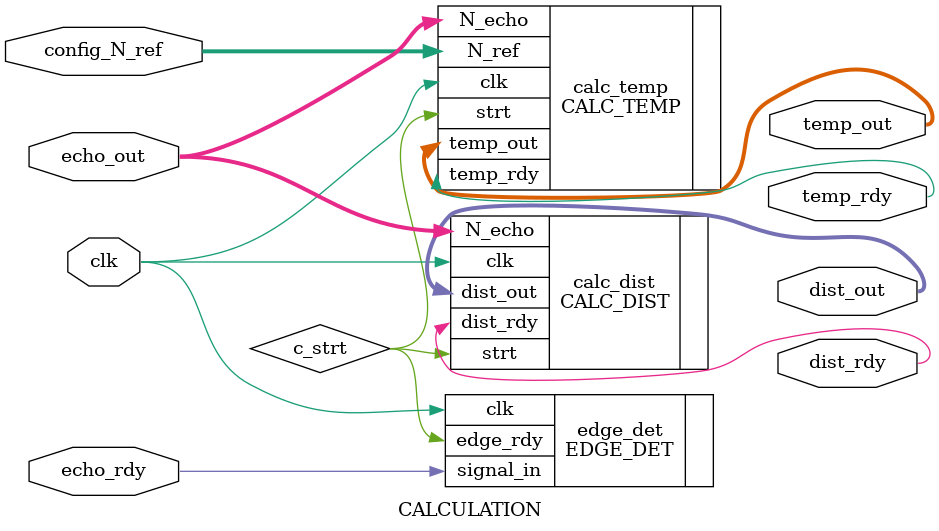
<source format=v>
`timescale 1ns / 1ps


module CALCULATION #
	(
		parameter 		SIZE				=		32,
		parameter 		T 				    =		32'b0_0000_0000_1111_1010_000000000000000,
		parameter 		V  				    =		32'b0_0000_0001_0101_0100_000000000000000
	)
	(
		input										echo_rdy,
		input 			[31:0]						echo_out,
		input 			[31:0]						config_N_ref,
		input 										clk,

		output wire 							 	temp_rdy,
		output wire 	[31:0]						temp_out,

		output wire 							 	dist_rdy,
		output wire 	[31:0]						dist_out
    );


		wire 								c_strt;

	EDGE_DET edge_det 
	(
		.signal_in(echo_rdy),
		.clk(clk),
		.edge_rdy(c_strt)
	);




defparam calc_temp.SIZE 		=		SIZE;
defparam calc_temp.T 			=		T;

	CALC_TEMP calc_temp 
	(
		.strt(c_strt),
		.clk(clk),
		.N_ref(config_N_ref),
		.N_echo(echo_out),
		.temp_out(temp_out),
		.temp_rdy(temp_rdy)
	);

defparam calc_dist.SIZE 		=		SIZE;
defparam calc_dist.V 			=		V;

	CALC_DIST calc_dist 
	(
		.strt(c_strt),
		.clk(clk),
		.N_echo(echo_out),
		.dist_out(dist_out),
		.dist_rdy(dist_rdy)
	);
endmodule

</source>
